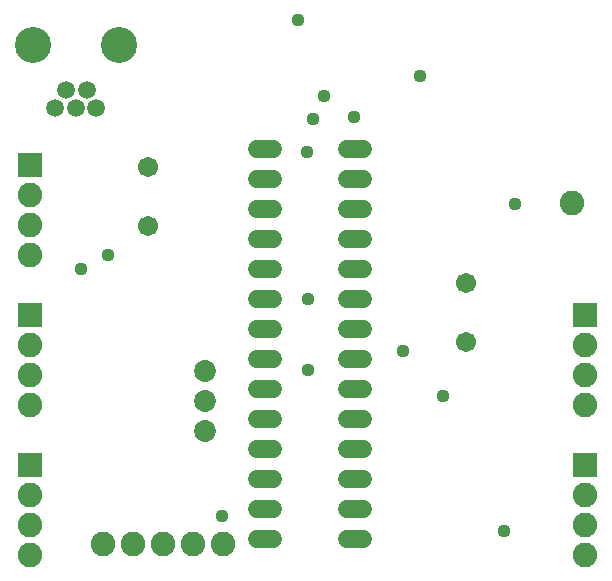
<source format=gbs>
G75*
G70*
%OFA0B0*%
%FSLAX24Y24*%
%IPPOS*%
%LPD*%
%AMOC8*
5,1,8,0,0,1.08239X$1,22.5*
%
%ADD10C,0.0600*%
%ADD11C,0.0820*%
%ADD12C,0.0595*%
%ADD13C,0.1202*%
%ADD14R,0.0820X0.0820*%
%ADD15C,0.0674*%
%ADD16C,0.0730*%
%ADD17C,0.0437*%
D10*
X008957Y001631D02*
X009477Y001631D01*
X009477Y002631D02*
X008957Y002631D01*
X008957Y003631D02*
X009477Y003631D01*
X009477Y004631D02*
X008957Y004631D01*
X008957Y005631D02*
X009477Y005631D01*
X009477Y006631D02*
X008957Y006631D01*
X008957Y007631D02*
X009477Y007631D01*
X009477Y008631D02*
X008957Y008631D01*
X008957Y009631D02*
X009477Y009631D01*
X009477Y010631D02*
X008957Y010631D01*
X008957Y011631D02*
X009477Y011631D01*
X009477Y012631D02*
X008957Y012631D01*
X008957Y013631D02*
X009477Y013631D01*
X009477Y014631D02*
X008957Y014631D01*
X011957Y014631D02*
X012477Y014631D01*
X012477Y013631D02*
X011957Y013631D01*
X011957Y012631D02*
X012477Y012631D01*
X012477Y011631D02*
X011957Y011631D01*
X011957Y010631D02*
X012477Y010631D01*
X012477Y009631D02*
X011957Y009631D01*
X011957Y008631D02*
X012477Y008631D01*
X012477Y007631D02*
X011957Y007631D01*
X011957Y006631D02*
X012477Y006631D01*
X012477Y005631D02*
X011957Y005631D01*
X011957Y004631D02*
X012477Y004631D01*
X012477Y003631D02*
X011957Y003631D01*
X011957Y002631D02*
X012477Y002631D01*
X012477Y001631D02*
X011957Y001631D01*
D11*
X001407Y001101D03*
X001407Y002101D03*
X001407Y003101D03*
X003817Y001471D03*
X004817Y001471D03*
X005817Y001471D03*
X006817Y001471D03*
X007817Y001471D03*
X001407Y006101D03*
X001407Y007101D03*
X001407Y008101D03*
X001407Y011101D03*
X001407Y012101D03*
X001407Y013101D03*
X019467Y012841D03*
X019907Y008101D03*
X019907Y007101D03*
X019907Y006101D03*
X019907Y003101D03*
X019907Y002101D03*
X019907Y001101D03*
D12*
X003587Y015991D03*
X002917Y015991D03*
X002587Y016611D03*
X003277Y016611D03*
X002217Y015991D03*
D13*
X001480Y018091D03*
X004354Y018091D03*
D14*
X001407Y014101D03*
X001407Y009101D03*
X001407Y004101D03*
X019907Y004101D03*
X019907Y009101D03*
D15*
X015937Y008197D03*
X015937Y010165D03*
X005337Y012047D03*
X005337Y014015D03*
D16*
X007237Y007241D03*
X007237Y006241D03*
X007237Y005241D03*
D17*
X007777Y002411D03*
X010647Y007271D03*
X010647Y009641D03*
X013827Y007881D03*
X015167Y006411D03*
X017177Y001901D03*
X017557Y012801D03*
X014397Y017061D03*
X012207Y015701D03*
X011177Y016401D03*
X010837Y015621D03*
X010637Y014541D03*
X010317Y018931D03*
X004007Y011101D03*
X003107Y010631D03*
M02*

</source>
